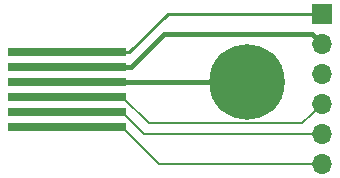
<source format=gbr>
G04 #@! TF.GenerationSoftware,KiCad,Pcbnew,(5.0.2)-1*
G04 #@! TF.CreationDate,2019-05-05T03:28:13-07:00*
G04 #@! TF.ProjectId,pickit3-icsp-adapter,7069636b-6974-4332-9d69-6373702d6164,rev?*
G04 #@! TF.SameCoordinates,Original*
G04 #@! TF.FileFunction,Copper,L1,Top*
G04 #@! TF.FilePolarity,Positive*
%FSLAX46Y46*%
G04 Gerber Fmt 4.6, Leading zero omitted, Abs format (unit mm)*
G04 Created by KiCad (PCBNEW (5.0.2)-1) date 5/5/2019 3:28:13 AM*
%MOMM*%
%LPD*%
G01*
G04 APERTURE LIST*
G04 #@! TA.AperFunction,ComponentPad*
%ADD10O,1.700000X1.700000*%
G04 #@! TD*
G04 #@! TA.AperFunction,ComponentPad*
%ADD11R,1.700000X1.700000*%
G04 #@! TD*
G04 #@! TA.AperFunction,SMDPad,CuDef*
%ADD12R,10.000000X0.680000*%
G04 #@! TD*
G04 #@! TA.AperFunction,ComponentPad*
%ADD13C,0.800000*%
G04 #@! TD*
G04 #@! TA.AperFunction,ComponentPad*
%ADD14C,6.400000*%
G04 #@! TD*
G04 #@! TA.AperFunction,Conductor*
%ADD15C,0.400000*%
G04 #@! TD*
G04 #@! TA.AperFunction,Conductor*
%ADD16C,0.250000*%
G04 #@! TD*
G04 #@! TA.AperFunction,Conductor*
%ADD17C,0.200000*%
G04 #@! TD*
G04 APERTURE END LIST*
D10*
G04 #@! TO.P,J1,6*
G04 #@! TO.N,/LVP*
X135890000Y-99615001D03*
G04 #@! TO.P,J1,5*
G04 #@! TO.N,/ICSPCLK*
X135890000Y-97075001D03*
G04 #@! TO.P,J1,4*
G04 #@! TO.N,/ICSPDAT*
X135890000Y-94535001D03*
G04 #@! TO.P,J1,3*
G04 #@! TO.N,/VSS*
X135890000Y-91995001D03*
G04 #@! TO.P,J1,2*
G04 #@! TO.N,/VDD*
X135890000Y-89455001D03*
D11*
G04 #@! TO.P,J1,1*
G04 #@! TO.N,/VPP*
X135890000Y-86915001D03*
G04 #@! TD*
D12*
G04 #@! TO.P,J2,6*
G04 #@! TO.N,/LVP*
X114300000Y-96520000D03*
G04 #@! TO.P,J2,5*
G04 #@! TO.N,/ICSPCLK*
X114300000Y-95250000D03*
G04 #@! TO.P,J2,4*
G04 #@! TO.N,/ICSPDAT*
X114300000Y-93980000D03*
G04 #@! TO.P,J2,3*
G04 #@! TO.N,/VSS*
X114300000Y-92710000D03*
G04 #@! TO.P,J2,2*
G04 #@! TO.N,/VDD*
X114300000Y-91440000D03*
G04 #@! TO.P,J2,1*
G04 #@! TO.N,/VPP*
X114300000Y-90170000D03*
G04 #@! TD*
D13*
G04 #@! TO.P,H1,1*
G04 #@! TO.N,/VSS*
X131237056Y-91012944D03*
X129540000Y-90310000D03*
X127842944Y-91012944D03*
X127140000Y-92710000D03*
X127842944Y-94407056D03*
X129540000Y-95110000D03*
X131237056Y-94407056D03*
X131940000Y-92710000D03*
D14*
X129540000Y-92710000D03*
G04 #@! TD*
D15*
G04 #@! TO.N,/VSS*
X114300000Y-92710000D02*
X129540000Y-92710000D01*
D16*
G04 #@! TO.N,/VPP*
X122804999Y-86915001D02*
X135890000Y-86915001D01*
X114300000Y-90170000D02*
X119550000Y-90170000D01*
X119550000Y-90170000D02*
X122804999Y-86915001D01*
D15*
G04 #@! TO.N,/VDD*
X135040001Y-88605002D02*
X135890000Y-89455001D01*
X122534998Y-88605002D02*
X135040001Y-88605002D01*
X114300000Y-91440000D02*
X119700000Y-91440000D01*
X119700000Y-91440000D02*
X122534998Y-88605002D01*
D17*
G04 #@! TO.N,/ICSPDAT*
X135040001Y-95385000D02*
X135890000Y-94535001D01*
X134215000Y-96210001D02*
X135040001Y-95385000D01*
X121190001Y-96210001D02*
X134215000Y-96210001D01*
X118960000Y-93980000D02*
X121190001Y-96210001D01*
X114300000Y-93980000D02*
X118960000Y-93980000D01*
G04 #@! TO.N,/ICSPCLK*
X133417919Y-97075001D02*
X135890000Y-97075001D01*
X120785001Y-97075001D02*
X133417919Y-97075001D01*
X114300000Y-95250000D02*
X118960000Y-95250000D01*
X118960000Y-95250000D02*
X120785001Y-97075001D01*
G04 #@! TO.N,/LVP*
X133417919Y-99615001D02*
X135890000Y-99615001D01*
X122055001Y-99615001D02*
X133417919Y-99615001D01*
X114300000Y-96520000D02*
X118960000Y-96520000D01*
X118960000Y-96520000D02*
X122055001Y-99615001D01*
G04 #@! TD*
M02*

</source>
